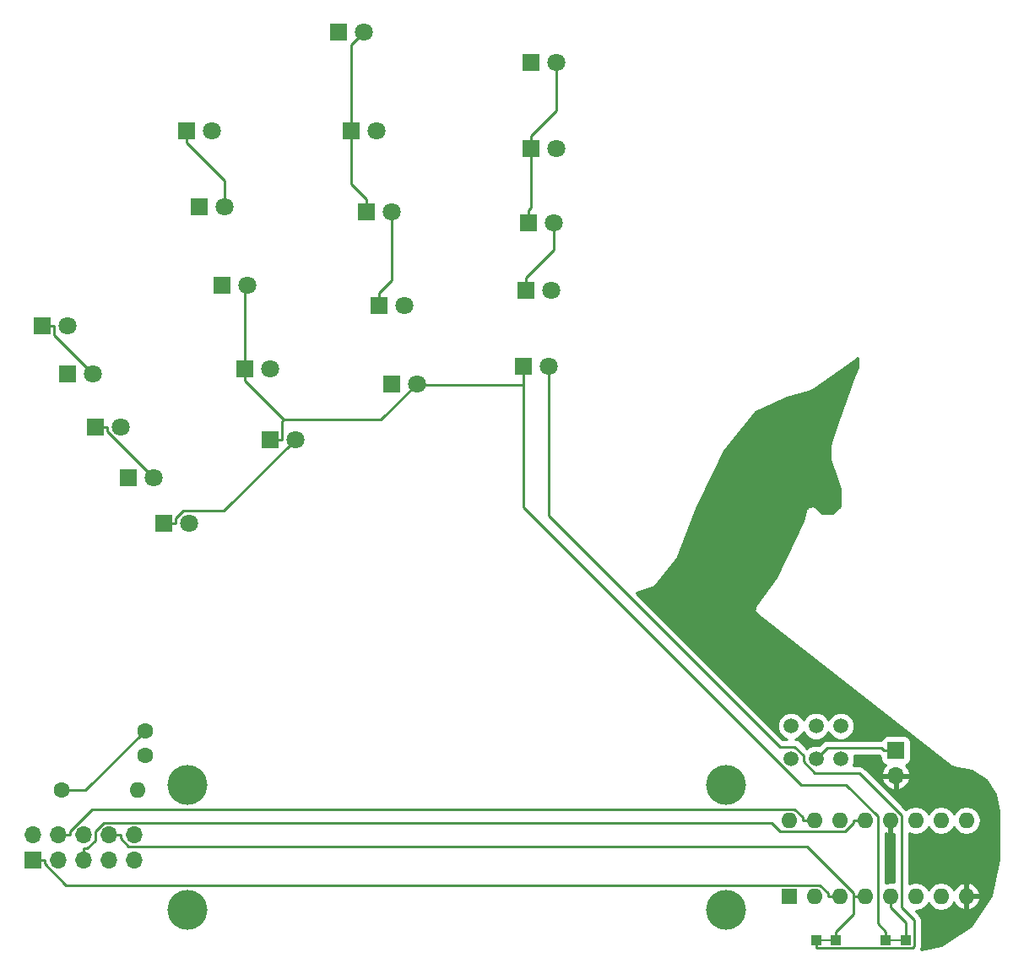
<source format=gbr>
G04 #@! TF.FileFunction,Copper,L1,Top,Signal*
%FSLAX46Y46*%
G04 Gerber Fmt 4.6, Leading zero omitted, Abs format (unit mm)*
G04 Created by KiCad (PCBNEW 4.0.6) date 11/09/17 18:16:21*
%MOMM*%
%LPD*%
G01*
G04 APERTURE LIST*
%ADD10C,0.100000*%
%ADD11C,4.000000*%
%ADD12R,1.800000X1.800000*%
%ADD13C,1.800000*%
%ADD14C,1.600000*%
%ADD15O,1.600000X1.600000*%
%ADD16C,1.500000*%
%ADD17R,1.600000X1.600000*%
%ADD18R,1.700000X1.700000*%
%ADD19O,1.700000X1.700000*%
%ADD20R,1.000000X1.000000*%
%ADD21R,1.000000X0.254000*%
%ADD22C,0.250000*%
%ADD23C,0.254000*%
G04 APERTURE END LIST*
D10*
D11*
X172000000Y-145000000D03*
X118000000Y-132500000D03*
X172000000Y-132500000D03*
D12*
X103378000Y-86360000D03*
D13*
X105918000Y-86360000D03*
D12*
X108712000Y-96520000D03*
D13*
X111252000Y-96520000D03*
D12*
X115570000Y-106172000D03*
D13*
X118110000Y-106172000D03*
D12*
X105918000Y-91186000D03*
D13*
X108458000Y-91186000D03*
D12*
X112014000Y-101600000D03*
D13*
X114554000Y-101600000D03*
D12*
X117856000Y-66802000D03*
D13*
X120396000Y-66802000D03*
D12*
X121412000Y-82296000D03*
D13*
X123952000Y-82296000D03*
D12*
X126238000Y-97790000D03*
D13*
X128778000Y-97790000D03*
D12*
X119126000Y-74422000D03*
D13*
X121666000Y-74422000D03*
D12*
X123698000Y-90678000D03*
D13*
X126238000Y-90678000D03*
D12*
X133096000Y-56896000D03*
D13*
X135636000Y-56896000D03*
D12*
X135890000Y-74930000D03*
D13*
X138430000Y-74930000D03*
D12*
X138430000Y-92202000D03*
D13*
X140970000Y-92202000D03*
D12*
X134366000Y-66802000D03*
D13*
X136906000Y-66802000D03*
D12*
X137160000Y-84328000D03*
D13*
X139700000Y-84328000D03*
D12*
X152400000Y-59944000D03*
D13*
X154940000Y-59944000D03*
D12*
X152146000Y-76032000D03*
D13*
X154686000Y-76032000D03*
D12*
X151638000Y-90424000D03*
D13*
X154178000Y-90424000D03*
D12*
X152400000Y-68580000D03*
D13*
X154940000Y-68580000D03*
D12*
X151892000Y-82804000D03*
D13*
X154432000Y-82804000D03*
D14*
X105380000Y-133000000D03*
D15*
X113000000Y-133000000D03*
D16*
X181000000Y-126550000D03*
X183500000Y-126550000D03*
X178500000Y-126550000D03*
X178500000Y-129850000D03*
X181000000Y-129850000D03*
X183500000Y-129850000D03*
D17*
X178300000Y-143620000D03*
D15*
X196080000Y-136000000D03*
X180840000Y-143620000D03*
X193540000Y-136000000D03*
X183380000Y-143620000D03*
X191000000Y-136000000D03*
X185920000Y-143620000D03*
X188460000Y-136000000D03*
X188460000Y-143620000D03*
X185920000Y-136000000D03*
X191000000Y-143620000D03*
X183380000Y-136000000D03*
X193540000Y-143620000D03*
X180840000Y-136000000D03*
X196080000Y-143620000D03*
X178300000Y-136000000D03*
D18*
X189000000Y-129000000D03*
D19*
X189000000Y-131540000D03*
D14*
X113750000Y-129500000D03*
X113750000Y-127000000D03*
D11*
X118000000Y-145000000D03*
D18*
X102460000Y-140000000D03*
D19*
X102460000Y-137460000D03*
X105000000Y-140000000D03*
X105000000Y-137460000D03*
X107540000Y-140000000D03*
X107540000Y-137460000D03*
X110080000Y-140000000D03*
X110080000Y-137460000D03*
X112620000Y-140000000D03*
X112620000Y-137460000D03*
D20*
X183000000Y-148000000D03*
X181000000Y-148000000D03*
D21*
X182000000Y-148000000D03*
D20*
X188000000Y-148000000D03*
X190000000Y-148000000D03*
D21*
X189000000Y-148000000D03*
D22*
X107750000Y-133000000D02*
X113750000Y-127000000D01*
X105380000Y-133000000D02*
X107750000Y-133000000D01*
X184794700Y-143338700D02*
X184794700Y-143620000D01*
X180091300Y-138635300D02*
X184794700Y-143338700D01*
X112063200Y-138635300D02*
X180091300Y-138635300D01*
X111255300Y-137827400D02*
X112063200Y-138635300D01*
X111255300Y-137460000D02*
X111255300Y-137827400D01*
X110080000Y-137460000D02*
X111255300Y-137460000D01*
X185920000Y-143620000D02*
X184794700Y-143620000D01*
X184794700Y-145380000D02*
X184794700Y-143620000D01*
X183000000Y-147174700D02*
X184794700Y-145380000D01*
X183000000Y-148000000D02*
X183000000Y-147174700D01*
X190000000Y-146285300D02*
X188460000Y-144745300D01*
X190000000Y-148000000D02*
X190000000Y-146285300D01*
X188460000Y-143620000D02*
X188460000Y-144745300D01*
X182254700Y-143338600D02*
X182254700Y-143620000D01*
X181410800Y-142494700D02*
X182254700Y-143338600D01*
X105762600Y-142494700D02*
X181410800Y-142494700D01*
X103635300Y-140367400D02*
X105762600Y-142494700D01*
X103635300Y-140000000D02*
X103635300Y-140367400D01*
X102460000Y-140000000D02*
X103635300Y-140000000D01*
X183380000Y-143620000D02*
X182254700Y-143620000D01*
X179714700Y-135718600D02*
X179714700Y-136000000D01*
X178870800Y-134874700D02*
X179714700Y-135718600D01*
X108393300Y-134874700D02*
X178870800Y-134874700D01*
X106175300Y-137092700D02*
X108393300Y-134874700D01*
X106175300Y-137460000D02*
X106175300Y-137092700D01*
X105000000Y-137460000D02*
X106175300Y-137460000D01*
X180840000Y-136000000D02*
X179714700Y-136000000D01*
X184794700Y-136281400D02*
X184794700Y-136000000D01*
X183950800Y-137125300D02*
X184794700Y-136281400D01*
X177388100Y-137125300D02*
X183950800Y-137125300D01*
X176536200Y-136273400D02*
X177388100Y-137125300D01*
X109585300Y-136273400D02*
X176536200Y-136273400D01*
X108715300Y-137143400D02*
X109585300Y-136273400D01*
X108715300Y-138016800D02*
X108715300Y-137143400D01*
X107907400Y-138824700D02*
X108715300Y-138016800D01*
X107540000Y-138824700D02*
X107907400Y-138824700D01*
X107540000Y-140000000D02*
X107540000Y-138824700D01*
X185920000Y-136000000D02*
X184794700Y-136000000D01*
X182150000Y-128700000D02*
X181000000Y-129850000D01*
X187524700Y-128700000D02*
X182150000Y-128700000D01*
X187824700Y-129000000D02*
X187524700Y-128700000D01*
X189000000Y-129000000D02*
X187824700Y-129000000D01*
X154940000Y-64814700D02*
X154940000Y-59944000D01*
X152400000Y-67354700D02*
X154940000Y-64814700D01*
X152400000Y-68580000D02*
X152400000Y-67354700D01*
X138430000Y-81832700D02*
X137160000Y-83102700D01*
X138430000Y-74930000D02*
X138430000Y-81832700D01*
X137160000Y-84328000D02*
X137160000Y-83102700D01*
X115570000Y-106172000D02*
X116795300Y-106172000D01*
X116795300Y-105712400D02*
X116795300Y-106172000D01*
X117561000Y-104946700D02*
X116795300Y-105712400D01*
X121621300Y-104946700D02*
X117561000Y-104946700D01*
X128778000Y-97790000D02*
X121621300Y-104946700D01*
X152400000Y-74552700D02*
X152400000Y-68580000D01*
X152146000Y-74806700D02*
X152400000Y-74552700D01*
X152146000Y-76032000D02*
X152146000Y-74806700D01*
X104603300Y-87331300D02*
X104603300Y-86360000D01*
X108458000Y-91186000D02*
X104603300Y-87331300D01*
X103378000Y-86360000D02*
X104603300Y-86360000D01*
X181000000Y-148000000D02*
X181000000Y-148825300D01*
X154178000Y-105433600D02*
X154178000Y-90424000D01*
X177367300Y-128622900D02*
X154178000Y-105433600D01*
X178851600Y-128622900D02*
X177367300Y-128622900D01*
X179750000Y-129521300D02*
X178851600Y-128622900D01*
X179750000Y-130122900D02*
X179750000Y-129521300D01*
X180904600Y-131277500D02*
X179750000Y-130122900D01*
X185329000Y-131277500D02*
X180904600Y-131277500D01*
X189585300Y-135533800D02*
X185329000Y-131277500D01*
X189585300Y-144748800D02*
X189585300Y-135533800D01*
X190865900Y-146029400D02*
X189585300Y-144748800D01*
X190865900Y-148638800D02*
X190865900Y-146029400D01*
X190679400Y-148825300D02*
X190865900Y-148638800D01*
X181000000Y-148825300D02*
X190679400Y-148825300D01*
X134366000Y-58166000D02*
X135636000Y-56896000D01*
X134366000Y-66802000D02*
X134366000Y-58166000D01*
X123698000Y-82550000D02*
X123952000Y-82296000D01*
X123698000Y-90678000D02*
X123698000Y-82550000D01*
X121666000Y-71837300D02*
X117856000Y-68027300D01*
X121666000Y-74422000D02*
X121666000Y-71837300D01*
X117856000Y-66802000D02*
X117856000Y-68027300D01*
X154686000Y-78784700D02*
X154686000Y-76032000D01*
X151892000Y-81578700D02*
X154686000Y-78784700D01*
X151892000Y-82804000D02*
X151892000Y-81578700D01*
X134366000Y-72180700D02*
X134366000Y-66802000D01*
X135890000Y-73704700D02*
X134366000Y-72180700D01*
X135890000Y-74930000D02*
X135890000Y-73704700D01*
X126238000Y-97790000D02*
X127463300Y-97790000D01*
X109937300Y-96983300D02*
X109937300Y-96520000D01*
X114554000Y-101600000D02*
X109937300Y-96983300D01*
X108712000Y-96520000D02*
X109937300Y-96520000D01*
X123698000Y-90678000D02*
X123698000Y-91903300D01*
X137346100Y-95825900D02*
X140970000Y-92202000D01*
X127620600Y-95825900D02*
X137346100Y-95825900D01*
X127463300Y-95983200D02*
X127620600Y-95825900D01*
X127463300Y-97790000D02*
X127463300Y-95983200D01*
X127620600Y-95825900D02*
X123698000Y-91903300D01*
X188000000Y-148000000D02*
X188000000Y-147174700D01*
X141092800Y-92324800D02*
X140970000Y-92202000D01*
X151638000Y-92324800D02*
X141092800Y-92324800D01*
X151638000Y-104564400D02*
X151638000Y-92324800D01*
X179499400Y-132425800D02*
X151638000Y-104564400D01*
X183995600Y-132425800D02*
X179499400Y-132425800D01*
X187190000Y-135620200D02*
X183995600Y-132425800D01*
X187190000Y-146364700D02*
X187190000Y-135620200D01*
X188000000Y-147174700D02*
X187190000Y-146364700D01*
X151638000Y-92324800D02*
X151638000Y-90424000D01*
D23*
G36*
X185218000Y-90532268D02*
X184513407Y-92176317D01*
X184508797Y-92198099D01*
X184497363Y-92217202D01*
X183227363Y-95773201D01*
X183226240Y-95780803D01*
X183222435Y-95787478D01*
X182460435Y-98073478D01*
X182446202Y-98186383D01*
X182424000Y-98298000D01*
X182424000Y-99822000D01*
X182448038Y-99942848D01*
X182466747Y-100064638D01*
X183440000Y-102741084D01*
X183440000Y-104560757D01*
X182630946Y-105208000D01*
X181650092Y-105208000D01*
X181096046Y-104653954D01*
X181052153Y-104624626D01*
X181016685Y-104585529D01*
X180938032Y-104548373D01*
X180865705Y-104500046D01*
X180813931Y-104489747D01*
X180766200Y-104467199D01*
X180679317Y-104462971D01*
X180594000Y-104446000D01*
X180542224Y-104456299D01*
X180489500Y-104453733D01*
X180407611Y-104483075D01*
X180322295Y-104500046D01*
X180278404Y-104529373D01*
X180228708Y-104547180D01*
X180164282Y-104605626D01*
X180091954Y-104653954D01*
X180062626Y-104697847D01*
X180023529Y-104733315D01*
X179986373Y-104811968D01*
X179938046Y-104884295D01*
X179927747Y-104936069D01*
X179905199Y-104983800D01*
X179667385Y-105935057D01*
X178175993Y-109166407D01*
X176937235Y-111643922D01*
X174939797Y-114390398D01*
X174886615Y-114505614D01*
X174829629Y-114618962D01*
X174828748Y-114630981D01*
X174823697Y-114641924D01*
X174818655Y-114768709D01*
X174809381Y-114895249D01*
X174813167Y-114906691D01*
X174812688Y-114918733D01*
X174856548Y-115037796D01*
X174896407Y-115158254D01*
X174904283Y-115167376D01*
X174908449Y-115178684D01*
X174994532Y-115271899D01*
X175077454Y-115367935D01*
X194563454Y-130559935D01*
X194586951Y-130571748D01*
X194605546Y-130590343D01*
X194709977Y-130633600D01*
X194810962Y-130684371D01*
X194837187Y-130686293D01*
X194861486Y-130696358D01*
X196636390Y-131049408D01*
X198023654Y-131976349D01*
X198950592Y-133363610D01*
X199290000Y-135069931D01*
X199290000Y-139930069D01*
X198569989Y-143549807D01*
X196559187Y-146559186D01*
X193549805Y-148569990D01*
X191541426Y-148969481D01*
X191568048Y-148929639D01*
X191625900Y-148638800D01*
X191625900Y-146029400D01*
X191568048Y-145738561D01*
X191403301Y-145491999D01*
X190993028Y-145081726D01*
X191000000Y-145083113D01*
X191549151Y-144973880D01*
X192014698Y-144662811D01*
X192270000Y-144280725D01*
X192525302Y-144662811D01*
X192990849Y-144973880D01*
X193540000Y-145083113D01*
X194089151Y-144973880D01*
X194554698Y-144662811D01*
X194824986Y-144258297D01*
X194927611Y-144475134D01*
X195342577Y-144851041D01*
X195730961Y-145011904D01*
X195953000Y-144889915D01*
X195953000Y-143747000D01*
X196207000Y-143747000D01*
X196207000Y-144889915D01*
X196429039Y-145011904D01*
X196817423Y-144851041D01*
X197232389Y-144475134D01*
X197471914Y-143969041D01*
X197350629Y-143747000D01*
X196207000Y-143747000D01*
X195953000Y-143747000D01*
X195933000Y-143747000D01*
X195933000Y-143493000D01*
X195953000Y-143493000D01*
X195953000Y-142350085D01*
X196207000Y-142350085D01*
X196207000Y-143493000D01*
X197350629Y-143493000D01*
X197471914Y-143270959D01*
X197232389Y-142764866D01*
X196817423Y-142388959D01*
X196429039Y-142228096D01*
X196207000Y-142350085D01*
X195953000Y-142350085D01*
X195730961Y-142228096D01*
X195342577Y-142388959D01*
X194927611Y-142764866D01*
X194824986Y-142981703D01*
X194554698Y-142577189D01*
X194089151Y-142266120D01*
X193540000Y-142156887D01*
X192990849Y-142266120D01*
X192525302Y-142577189D01*
X192270000Y-142959275D01*
X192014698Y-142577189D01*
X191549151Y-142266120D01*
X191000000Y-142156887D01*
X190450849Y-142266120D01*
X190345300Y-142336646D01*
X190345300Y-137283354D01*
X190450849Y-137353880D01*
X191000000Y-137463113D01*
X191549151Y-137353880D01*
X192014698Y-137042811D01*
X192270000Y-136660725D01*
X192525302Y-137042811D01*
X192990849Y-137353880D01*
X193540000Y-137463113D01*
X194089151Y-137353880D01*
X194554698Y-137042811D01*
X194810000Y-136660725D01*
X195065302Y-137042811D01*
X195530849Y-137353880D01*
X196080000Y-137463113D01*
X196629151Y-137353880D01*
X197094698Y-137042811D01*
X197405767Y-136577264D01*
X197515000Y-136028113D01*
X197515000Y-135971887D01*
X197405767Y-135422736D01*
X197094698Y-134957189D01*
X196629151Y-134646120D01*
X196080000Y-134536887D01*
X195530849Y-134646120D01*
X195065302Y-134957189D01*
X194810000Y-135339275D01*
X194554698Y-134957189D01*
X194089151Y-134646120D01*
X193540000Y-134536887D01*
X192990849Y-134646120D01*
X192525302Y-134957189D01*
X192270000Y-135339275D01*
X192014698Y-134957189D01*
X191549151Y-134646120D01*
X191000000Y-134536887D01*
X190450849Y-134646120D01*
X190044162Y-134917860D01*
X187023192Y-131896890D01*
X187558524Y-131896890D01*
X187728355Y-132306924D01*
X188118642Y-132735183D01*
X188643108Y-132981486D01*
X188873000Y-132860819D01*
X188873000Y-131667000D01*
X189127000Y-131667000D01*
X189127000Y-132860819D01*
X189356892Y-132981486D01*
X189881358Y-132735183D01*
X190271645Y-132306924D01*
X190441476Y-131896890D01*
X190320155Y-131667000D01*
X189127000Y-131667000D01*
X188873000Y-131667000D01*
X187679845Y-131667000D01*
X187558524Y-131896890D01*
X187023192Y-131896890D01*
X185866401Y-130740099D01*
X185619839Y-130575352D01*
X185329000Y-130517500D01*
X184722485Y-130517500D01*
X184884759Y-130126702D01*
X184885240Y-129575715D01*
X184837428Y-129460000D01*
X187209898Y-129460000D01*
X187287299Y-129537401D01*
X187502560Y-129681233D01*
X187502560Y-129850000D01*
X187546838Y-130085317D01*
X187685910Y-130301441D01*
X187898110Y-130446431D01*
X188006107Y-130468301D01*
X187728355Y-130773076D01*
X187558524Y-131183110D01*
X187679845Y-131413000D01*
X188873000Y-131413000D01*
X188873000Y-131393000D01*
X189127000Y-131393000D01*
X189127000Y-131413000D01*
X190320155Y-131413000D01*
X190441476Y-131183110D01*
X190271645Y-130773076D01*
X189995499Y-130470063D01*
X190085317Y-130453162D01*
X190301441Y-130314090D01*
X190446431Y-130101890D01*
X190497440Y-129850000D01*
X190497440Y-128150000D01*
X190453162Y-127914683D01*
X190314090Y-127698559D01*
X190101890Y-127553569D01*
X189850000Y-127502560D01*
X188150000Y-127502560D01*
X187914683Y-127546838D01*
X187698559Y-127685910D01*
X187553569Y-127898110D01*
X187544297Y-127943898D01*
X187524700Y-127940000D01*
X182150000Y-127940000D01*
X181859161Y-127997852D01*
X181612599Y-128162599D01*
X181300200Y-128474998D01*
X181276702Y-128465241D01*
X180725715Y-128464760D01*
X180216485Y-128675169D01*
X180097474Y-128793972D01*
X179389001Y-128085499D01*
X179142439Y-127920752D01*
X178917592Y-127876027D01*
X179283515Y-127724831D01*
X179673461Y-127335564D01*
X179749927Y-127151414D01*
X179825169Y-127333515D01*
X180214436Y-127723461D01*
X180723298Y-127934759D01*
X181274285Y-127935240D01*
X181783515Y-127724831D01*
X182173461Y-127335564D01*
X182249927Y-127151414D01*
X182325169Y-127333515D01*
X182714436Y-127723461D01*
X183223298Y-127934759D01*
X183774285Y-127935240D01*
X184283515Y-127724831D01*
X184673461Y-127335564D01*
X184884759Y-126826702D01*
X184885240Y-126275715D01*
X184674831Y-125766485D01*
X184285564Y-125376539D01*
X183776702Y-125165241D01*
X183225715Y-125164760D01*
X182716485Y-125375169D01*
X182326539Y-125764436D01*
X182250073Y-125948586D01*
X182174831Y-125766485D01*
X181785564Y-125376539D01*
X181276702Y-125165241D01*
X180725715Y-125164760D01*
X180216485Y-125375169D01*
X179826539Y-125764436D01*
X179750073Y-125948586D01*
X179674831Y-125766485D01*
X179285564Y-125376539D01*
X178776702Y-125165241D01*
X178225715Y-125164760D01*
X177716485Y-125375169D01*
X177326539Y-125764436D01*
X177115241Y-126273298D01*
X177114760Y-126824285D01*
X177325169Y-127333515D01*
X177714436Y-127723461D01*
X178050242Y-127862900D01*
X177682102Y-127862900D01*
X163017426Y-113198224D01*
X163038522Y-113195565D01*
X164562522Y-112687565D01*
X164618769Y-112655502D01*
X164680481Y-112635937D01*
X164737940Y-112587569D01*
X164803193Y-112550372D01*
X164842887Y-112499226D01*
X164892417Y-112457533D01*
X166924417Y-109917534D01*
X166972390Y-109825022D01*
X167029218Y-109737687D01*
X169052568Y-104679314D01*
X171800165Y-98934338D01*
X174945138Y-95063602D01*
X178052023Y-93629655D01*
X180544017Y-92882057D01*
X180643779Y-92829125D01*
X180747158Y-92783655D01*
X183287158Y-91005655D01*
X183289540Y-91003168D01*
X183292679Y-91001751D01*
X185070679Y-89731751D01*
X185076429Y-89725631D01*
X185084000Y-89722000D01*
X185218000Y-89621500D01*
X185218000Y-90532268D01*
X185218000Y-90532268D01*
G37*
X185218000Y-90532268D02*
X184513407Y-92176317D01*
X184508797Y-92198099D01*
X184497363Y-92217202D01*
X183227363Y-95773201D01*
X183226240Y-95780803D01*
X183222435Y-95787478D01*
X182460435Y-98073478D01*
X182446202Y-98186383D01*
X182424000Y-98298000D01*
X182424000Y-99822000D01*
X182448038Y-99942848D01*
X182466747Y-100064638D01*
X183440000Y-102741084D01*
X183440000Y-104560757D01*
X182630946Y-105208000D01*
X181650092Y-105208000D01*
X181096046Y-104653954D01*
X181052153Y-104624626D01*
X181016685Y-104585529D01*
X180938032Y-104548373D01*
X180865705Y-104500046D01*
X180813931Y-104489747D01*
X180766200Y-104467199D01*
X180679317Y-104462971D01*
X180594000Y-104446000D01*
X180542224Y-104456299D01*
X180489500Y-104453733D01*
X180407611Y-104483075D01*
X180322295Y-104500046D01*
X180278404Y-104529373D01*
X180228708Y-104547180D01*
X180164282Y-104605626D01*
X180091954Y-104653954D01*
X180062626Y-104697847D01*
X180023529Y-104733315D01*
X179986373Y-104811968D01*
X179938046Y-104884295D01*
X179927747Y-104936069D01*
X179905199Y-104983800D01*
X179667385Y-105935057D01*
X178175993Y-109166407D01*
X176937235Y-111643922D01*
X174939797Y-114390398D01*
X174886615Y-114505614D01*
X174829629Y-114618962D01*
X174828748Y-114630981D01*
X174823697Y-114641924D01*
X174818655Y-114768709D01*
X174809381Y-114895249D01*
X174813167Y-114906691D01*
X174812688Y-114918733D01*
X174856548Y-115037796D01*
X174896407Y-115158254D01*
X174904283Y-115167376D01*
X174908449Y-115178684D01*
X174994532Y-115271899D01*
X175077454Y-115367935D01*
X194563454Y-130559935D01*
X194586951Y-130571748D01*
X194605546Y-130590343D01*
X194709977Y-130633600D01*
X194810962Y-130684371D01*
X194837187Y-130686293D01*
X194861486Y-130696358D01*
X196636390Y-131049408D01*
X198023654Y-131976349D01*
X198950592Y-133363610D01*
X199290000Y-135069931D01*
X199290000Y-139930069D01*
X198569989Y-143549807D01*
X196559187Y-146559186D01*
X193549805Y-148569990D01*
X191541426Y-148969481D01*
X191568048Y-148929639D01*
X191625900Y-148638800D01*
X191625900Y-146029400D01*
X191568048Y-145738561D01*
X191403301Y-145491999D01*
X190993028Y-145081726D01*
X191000000Y-145083113D01*
X191549151Y-144973880D01*
X192014698Y-144662811D01*
X192270000Y-144280725D01*
X192525302Y-144662811D01*
X192990849Y-144973880D01*
X193540000Y-145083113D01*
X194089151Y-144973880D01*
X194554698Y-144662811D01*
X194824986Y-144258297D01*
X194927611Y-144475134D01*
X195342577Y-144851041D01*
X195730961Y-145011904D01*
X195953000Y-144889915D01*
X195953000Y-143747000D01*
X196207000Y-143747000D01*
X196207000Y-144889915D01*
X196429039Y-145011904D01*
X196817423Y-144851041D01*
X197232389Y-144475134D01*
X197471914Y-143969041D01*
X197350629Y-143747000D01*
X196207000Y-143747000D01*
X195953000Y-143747000D01*
X195933000Y-143747000D01*
X195933000Y-143493000D01*
X195953000Y-143493000D01*
X195953000Y-142350085D01*
X196207000Y-142350085D01*
X196207000Y-143493000D01*
X197350629Y-143493000D01*
X197471914Y-143270959D01*
X197232389Y-142764866D01*
X196817423Y-142388959D01*
X196429039Y-142228096D01*
X196207000Y-142350085D01*
X195953000Y-142350085D01*
X195730961Y-142228096D01*
X195342577Y-142388959D01*
X194927611Y-142764866D01*
X194824986Y-142981703D01*
X194554698Y-142577189D01*
X194089151Y-142266120D01*
X193540000Y-142156887D01*
X192990849Y-142266120D01*
X192525302Y-142577189D01*
X192270000Y-142959275D01*
X192014698Y-142577189D01*
X191549151Y-142266120D01*
X191000000Y-142156887D01*
X190450849Y-142266120D01*
X190345300Y-142336646D01*
X190345300Y-137283354D01*
X190450849Y-137353880D01*
X191000000Y-137463113D01*
X191549151Y-137353880D01*
X192014698Y-137042811D01*
X192270000Y-136660725D01*
X192525302Y-137042811D01*
X192990849Y-137353880D01*
X193540000Y-137463113D01*
X194089151Y-137353880D01*
X194554698Y-137042811D01*
X194810000Y-136660725D01*
X195065302Y-137042811D01*
X195530849Y-137353880D01*
X196080000Y-137463113D01*
X196629151Y-137353880D01*
X197094698Y-137042811D01*
X197405767Y-136577264D01*
X197515000Y-136028113D01*
X197515000Y-135971887D01*
X197405767Y-135422736D01*
X197094698Y-134957189D01*
X196629151Y-134646120D01*
X196080000Y-134536887D01*
X195530849Y-134646120D01*
X195065302Y-134957189D01*
X194810000Y-135339275D01*
X194554698Y-134957189D01*
X194089151Y-134646120D01*
X193540000Y-134536887D01*
X192990849Y-134646120D01*
X192525302Y-134957189D01*
X192270000Y-135339275D01*
X192014698Y-134957189D01*
X191549151Y-134646120D01*
X191000000Y-134536887D01*
X190450849Y-134646120D01*
X190044162Y-134917860D01*
X187023192Y-131896890D01*
X187558524Y-131896890D01*
X187728355Y-132306924D01*
X188118642Y-132735183D01*
X188643108Y-132981486D01*
X188873000Y-132860819D01*
X188873000Y-131667000D01*
X189127000Y-131667000D01*
X189127000Y-132860819D01*
X189356892Y-132981486D01*
X189881358Y-132735183D01*
X190271645Y-132306924D01*
X190441476Y-131896890D01*
X190320155Y-131667000D01*
X189127000Y-131667000D01*
X188873000Y-131667000D01*
X187679845Y-131667000D01*
X187558524Y-131896890D01*
X187023192Y-131896890D01*
X185866401Y-130740099D01*
X185619839Y-130575352D01*
X185329000Y-130517500D01*
X184722485Y-130517500D01*
X184884759Y-130126702D01*
X184885240Y-129575715D01*
X184837428Y-129460000D01*
X187209898Y-129460000D01*
X187287299Y-129537401D01*
X187502560Y-129681233D01*
X187502560Y-129850000D01*
X187546838Y-130085317D01*
X187685910Y-130301441D01*
X187898110Y-130446431D01*
X188006107Y-130468301D01*
X187728355Y-130773076D01*
X187558524Y-131183110D01*
X187679845Y-131413000D01*
X188873000Y-131413000D01*
X188873000Y-131393000D01*
X189127000Y-131393000D01*
X189127000Y-131413000D01*
X190320155Y-131413000D01*
X190441476Y-131183110D01*
X190271645Y-130773076D01*
X189995499Y-130470063D01*
X190085317Y-130453162D01*
X190301441Y-130314090D01*
X190446431Y-130101890D01*
X190497440Y-129850000D01*
X190497440Y-128150000D01*
X190453162Y-127914683D01*
X190314090Y-127698559D01*
X190101890Y-127553569D01*
X189850000Y-127502560D01*
X188150000Y-127502560D01*
X187914683Y-127546838D01*
X187698559Y-127685910D01*
X187553569Y-127898110D01*
X187544297Y-127943898D01*
X187524700Y-127940000D01*
X182150000Y-127940000D01*
X181859161Y-127997852D01*
X181612599Y-128162599D01*
X181300200Y-128474998D01*
X181276702Y-128465241D01*
X180725715Y-128464760D01*
X180216485Y-128675169D01*
X180097474Y-128793972D01*
X179389001Y-128085499D01*
X179142439Y-127920752D01*
X178917592Y-127876027D01*
X179283515Y-127724831D01*
X179673461Y-127335564D01*
X179749927Y-127151414D01*
X179825169Y-127333515D01*
X180214436Y-127723461D01*
X180723298Y-127934759D01*
X181274285Y-127935240D01*
X181783515Y-127724831D01*
X182173461Y-127335564D01*
X182249927Y-127151414D01*
X182325169Y-127333515D01*
X182714436Y-127723461D01*
X183223298Y-127934759D01*
X183774285Y-127935240D01*
X184283515Y-127724831D01*
X184673461Y-127335564D01*
X184884759Y-126826702D01*
X184885240Y-126275715D01*
X184674831Y-125766485D01*
X184285564Y-125376539D01*
X183776702Y-125165241D01*
X183225715Y-125164760D01*
X182716485Y-125375169D01*
X182326539Y-125764436D01*
X182250073Y-125948586D01*
X182174831Y-125766485D01*
X181785564Y-125376539D01*
X181276702Y-125165241D01*
X180725715Y-125164760D01*
X180216485Y-125375169D01*
X179826539Y-125764436D01*
X179750073Y-125948586D01*
X179674831Y-125766485D01*
X179285564Y-125376539D01*
X178776702Y-125165241D01*
X178225715Y-125164760D01*
X177716485Y-125375169D01*
X177326539Y-125764436D01*
X177115241Y-126273298D01*
X177114760Y-126824285D01*
X177325169Y-127333515D01*
X177714436Y-127723461D01*
X178050242Y-127862900D01*
X177682102Y-127862900D01*
X163017426Y-113198224D01*
X163038522Y-113195565D01*
X164562522Y-112687565D01*
X164618769Y-112655502D01*
X164680481Y-112635937D01*
X164737940Y-112587569D01*
X164803193Y-112550372D01*
X164842887Y-112499226D01*
X164892417Y-112457533D01*
X166924417Y-109917534D01*
X166972390Y-109825022D01*
X167029218Y-109737687D01*
X169052568Y-104679314D01*
X171800165Y-98934338D01*
X174945138Y-95063602D01*
X178052023Y-93629655D01*
X180544017Y-92882057D01*
X180643779Y-92829125D01*
X180747158Y-92783655D01*
X183287158Y-91005655D01*
X183289540Y-91003168D01*
X183292679Y-91001751D01*
X185070679Y-89731751D01*
X185076429Y-89725631D01*
X185084000Y-89722000D01*
X185218000Y-89621500D01*
X185218000Y-90532268D01*
G36*
X188587000Y-135873000D02*
X188607000Y-135873000D01*
X188607000Y-136127000D01*
X188587000Y-136127000D01*
X188587000Y-137269915D01*
X188809039Y-137391904D01*
X188825300Y-137385169D01*
X188825300Y-142229550D01*
X188460000Y-142156887D01*
X187950000Y-142258332D01*
X187950000Y-137325236D01*
X188110961Y-137391904D01*
X188333000Y-137269915D01*
X188333000Y-136127000D01*
X188313000Y-136127000D01*
X188313000Y-135873000D01*
X188333000Y-135873000D01*
X188333000Y-135853000D01*
X188587000Y-135853000D01*
X188587000Y-135873000D01*
X188587000Y-135873000D01*
G37*
X188587000Y-135873000D02*
X188607000Y-135873000D01*
X188607000Y-136127000D01*
X188587000Y-136127000D01*
X188587000Y-137269915D01*
X188809039Y-137391904D01*
X188825300Y-137385169D01*
X188825300Y-142229550D01*
X188460000Y-142156887D01*
X187950000Y-142258332D01*
X187950000Y-137325236D01*
X188110961Y-137391904D01*
X188333000Y-137269915D01*
X188333000Y-136127000D01*
X188313000Y-136127000D01*
X188313000Y-135873000D01*
X188333000Y-135873000D01*
X188333000Y-135853000D01*
X188587000Y-135853000D01*
X188587000Y-135873000D01*
M02*

</source>
